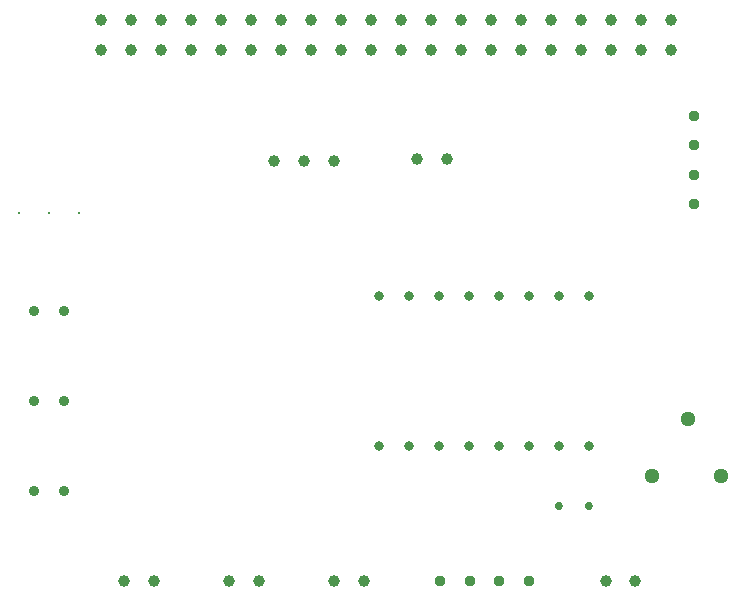
<source format=gbr>
%TF.GenerationSoftware,KiCad,Pcbnew,5.1.9*%
%TF.CreationDate,2021-02-09T20:13:54+01:00*%
%TF.ProjectId,raspberrypi_hat,72617370-6265-4727-9279-70695f686174,rev?*%
%TF.SameCoordinates,Original*%
%TF.FileFunction,Plated,1,4,PTH,Drill*%
%TF.FilePolarity,Positive*%
%FSLAX46Y46*%
G04 Gerber Fmt 4.6, Leading zero omitted, Abs format (unit mm)*
G04 Created by KiCad (PCBNEW 5.1.9) date 2021-02-09 20:13:54*
%MOMM*%
%LPD*%
G01*
G04 APERTURE LIST*
%TA.AperFunction,ViaDrill*%
%ADD10C,0.200000*%
%TD*%
%TA.AperFunction,ComponentDrill*%
%ADD11C,0.698500*%
%TD*%
%TA.AperFunction,ComponentDrill*%
%ADD12C,0.800000*%
%TD*%
%TA.AperFunction,ComponentDrill*%
%ADD13C,0.900000*%
%TD*%
%TA.AperFunction,ComponentDrill*%
%ADD14C,0.950000*%
%TD*%
%TA.AperFunction,ComponentDrill*%
%ADD15C,1.000000*%
%TD*%
%TA.AperFunction,ComponentDrill*%
%ADD16C,1.297940*%
%TD*%
G04 APERTURE END LIST*
D10*
X80010000Y-79375000D03*
X82550000Y-79375000D03*
X85090000Y-79375000D03*
D11*
%TO.C,C1*%
X125730000Y-104140000D03*
X128270000Y-104140000D03*
D12*
%TO.C,A1*%
X110490000Y-86360000D03*
X110490000Y-99060000D03*
X113030000Y-86360000D03*
X113030000Y-99060000D03*
X115570000Y-86360000D03*
X115570000Y-99060000D03*
X118110000Y-86360000D03*
X118110000Y-99060000D03*
X120650000Y-86360000D03*
X120650000Y-99060000D03*
X123190000Y-86360000D03*
X123190000Y-99060000D03*
X125730000Y-86360000D03*
X125730000Y-99060000D03*
X128270000Y-86360000D03*
X128270000Y-99060000D03*
D13*
%TO.C,D1*%
X81280000Y-87630000D03*
%TO.C,D3*%
X81280000Y-95250000D03*
%TO.C,D2*%
X81280000Y-102870000D03*
%TO.C,D1*%
X83820000Y-87630000D03*
%TO.C,D3*%
X83820000Y-95250000D03*
%TO.C,D2*%
X83820000Y-102870000D03*
D14*
%TO.C,J2*%
X115690000Y-110490000D03*
X118190000Y-110490000D03*
X120690000Y-110490000D03*
X123190000Y-110490000D03*
%TO.C,J6*%
X137160000Y-71120000D03*
X137160000Y-73620000D03*
X137160000Y-76120000D03*
X137160000Y-78620000D03*
D15*
%TO.C,J3*%
X86920000Y-63050000D03*
X86920000Y-65590000D03*
%TO.C,J15*%
X88940000Y-110490000D03*
%TO.C,J3*%
X89460000Y-63050000D03*
X89460000Y-65590000D03*
%TO.C,J15*%
X91440000Y-110490000D03*
%TO.C,J3*%
X92000000Y-63050000D03*
X92000000Y-65590000D03*
X94540000Y-63050000D03*
X94540000Y-65590000D03*
X97080000Y-63050000D03*
X97080000Y-65590000D03*
%TO.C,J8*%
X97830000Y-110490000D03*
%TO.C,J3*%
X99620000Y-63050000D03*
X99620000Y-65590000D03*
%TO.C,J8*%
X100330000Y-110490000D03*
%TO.C,U3*%
X101600000Y-74930000D03*
%TO.C,J3*%
X102160000Y-63050000D03*
X102160000Y-65590000D03*
%TO.C,U3*%
X104140000Y-74930000D03*
%TO.C,J3*%
X104700000Y-63050000D03*
X104700000Y-65590000D03*
%TO.C,U3*%
X106680000Y-74930000D03*
%TO.C,J10*%
X106700000Y-110490000D03*
%TO.C,J3*%
X107240000Y-63050000D03*
X107240000Y-65590000D03*
%TO.C,J10*%
X109200000Y-110490000D03*
%TO.C,J3*%
X109780000Y-63050000D03*
X109780000Y-65590000D03*
X112320000Y-63050000D03*
X112320000Y-65590000D03*
%TO.C,J9*%
X113700000Y-74800000D03*
%TO.C,J3*%
X114860000Y-63050000D03*
X114860000Y-65590000D03*
%TO.C,J9*%
X116240000Y-74800000D03*
%TO.C,J3*%
X117400000Y-63050000D03*
X117400000Y-65590000D03*
X119940000Y-63050000D03*
X119940000Y-65590000D03*
X122480000Y-63050000D03*
X122480000Y-65590000D03*
X125020000Y-63050000D03*
X125020000Y-65590000D03*
X127560000Y-63050000D03*
X127560000Y-65590000D03*
%TO.C,J11*%
X129700000Y-110500000D03*
%TO.C,J3*%
X130100000Y-63050000D03*
X130100000Y-65590000D03*
%TO.C,J11*%
X132200000Y-110500000D03*
%TO.C,J3*%
X132640000Y-63050000D03*
X132640000Y-65590000D03*
X135180000Y-63050000D03*
X135180000Y-65590000D03*
D16*
%TO.C,J1*%
X133621780Y-101600000D03*
X136621520Y-96801940D03*
X139420600Y-101600000D03*
M02*

</source>
